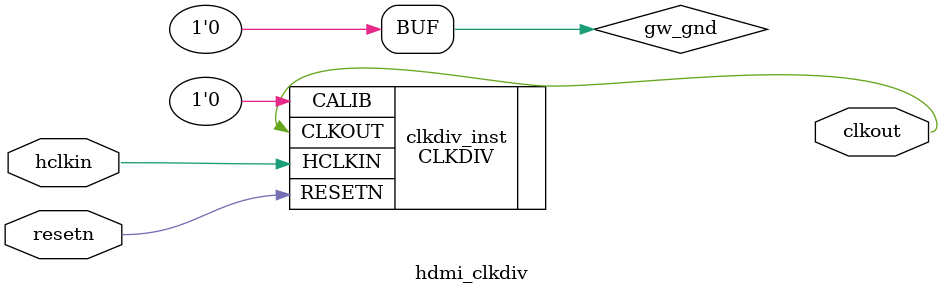
<source format=v>

module hdmi_clkdiv (clkout, hclkin, resetn);

output clkout;
input hclkin;
input resetn;

wire gw_gnd;

assign gw_gnd = 1'b0;

CLKDIV clkdiv_inst (
    .CLKOUT(clkout),
    .HCLKIN(hclkin),
    .RESETN(resetn),
    .CALIB(gw_gnd)
);

defparam clkdiv_inst.DIV_MODE = "5";
defparam clkdiv_inst.GSREN = "false";

endmodule //hdmi_clkdiv

</source>
